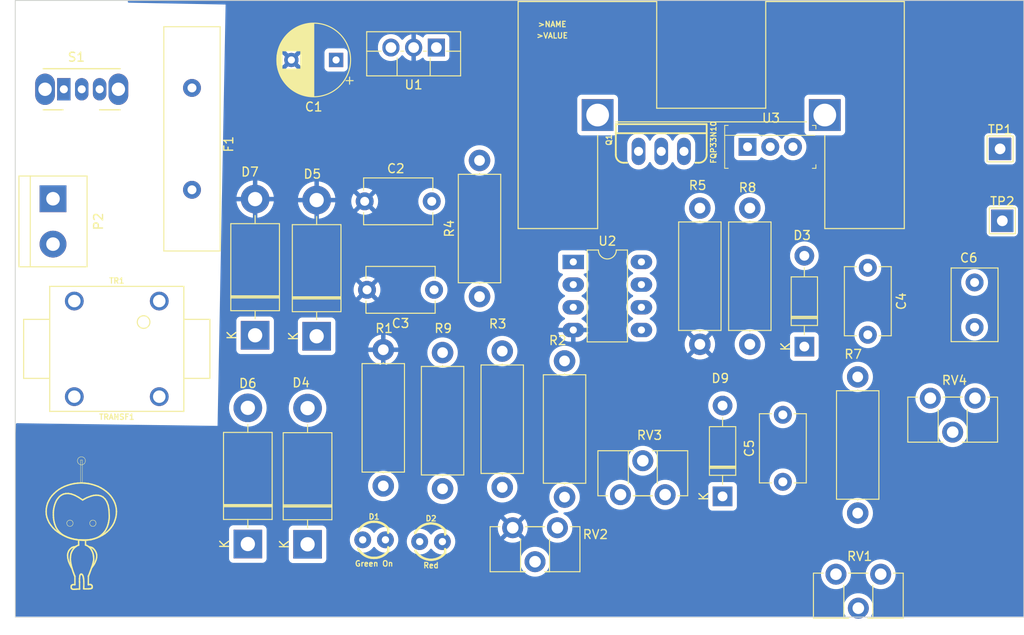
<source format=kicad_pcb>
(kicad_pcb (version 20221018) (generator pcbnew)
  (layers (0 "F.Cu" signal) (31 "B.Cu" signal) (34 "B.Paste" user) (35 "F.Paste" user) (36 "B.SilkS" user "B.Silkscreen") (37 "F.SilkS" user "F.Silkscreen") (38 "B.Mask" user) (39 "F.Mask" user) (44 "Edge.Cuts" user))
  (net 0 "")
  (net 1 "Net-(D9-A)")
  (net 2 "Net-(D3-A)")
  (net 3 "Net-(R4-Pad1)")
  (net 4 "Net-(F1-Pad2)")
  (net 5 "Net-(D6-A)")
  (net 6 "Net-(D4-A)")
  (net 7 "Net-(Q1-G)")
  (net 8 "Net-(Q1-D)")
  (net 9 "Net-(#FLG01-pwr)")
  (net 10 "Net-(D2-K)")
  (net 11 "Net-(D1-K)")
  (net 12 "Net-(U2A--)")
  (net 13 "Net-(R7-Pad1)")
  (net 14 "Net-(U2A-+)")
  (net 15 "Net-(R3-Pad2)")
  (net 16 "Net-(R2-Pad1)")
  (net 17 "Net-(R2-Pad2)")
  (net 21 "Net-(S1-2)")
  (net 22 "Net-(P2-AC_P)")
  (net 23 "Net-(P2-AC_N)")
  (net 24 "GND")
  (net 25 "Net-(D1-A)")
  (footprint "Capacitor_THT:C_Disc_D7.5mm_W5.0mm_P7.50mm" (layer "F.Cu") (at 173.11 111.91 90)
    (fp_text reference "C5" (at 3.75 -3.75 90) (layer "F.SilkS"))
    (fp_text value "1uF MICC 50V")
    (pad "1" thru_hole circle (at 0 0 90) (size 2 2) (drill 1) (layers "*.Cu" "*.Mask") (net 2 "Net-(D3-A)"))
    (pad "2" thru_hole circle (at 7.5 0 90) (size 2 2) (drill 1) (layers "*.Cu" "*.Mask") (net 8 "Net-(Q1-D)"))
  )
  (footprint "Diode_THT:D_DO-41_SOD81_P10.16mm_Horizontal" (layer "F.Cu") (at 166.37 113.538 90)
    (fp_text reference "D9" (at 13.208 -0.254 180) (layer "F.SilkS"))
    (fp_text value "1N4007")
    (fp_text user "K" (at 0 -2.1 90) (layer "F.SilkS"))
    (pad "1" thru_hole rect (at 0 0 90) (size 2.2 2.2) (drill 1.1) (layers "*.Cu" "*.Mask") (net 2 "Net-(D3-A)"))
    (pad "2" thru_hole oval (at 10.16 0 90) (size 2.2 2.2) (drill 1.1) (layers "*.Cu" "*.Mask") (net 1 "Net-(D9-A)"))
  )
  (footprint "Resistor_THT:R_Axial_DIN0414_L11.9mm_D4.5mm_P15.24mm_Horizontal" (layer "F.Cu") (at 169.418 96.52 90)
    (fp_text reference "R8" (at 17.526 -0.254 180) (layer "F.SilkS"))
    (fp_text value "1k")
    (pad "1" thru_hole circle (at 0 0 90) (size 2.4 2.4) (drill 1.2) (layers "*.Cu" "*.Mask") (net 12 "Net-(U2A--)"))
    (pad "2" thru_hole oval (at 15.24 0 90) (size 2.4 2.4) (drill 1.2) (layers "*.Cu" "*.Mask") (net 8 "Net-(Q1-D)"))
  )
  (footprint "Potentiometer_THT:Potentiometer_ACP_CA9-H3,8_Horizontal" (layer "F.Cu") (at 147.9 117.05 -90)
    (fp_text reference "RV2" (at 0.75 -4.25 -180) (layer "F.SilkS"))
    (fp_text value "1k")
    (pad "1" thru_hole circle (at 0 0 270) (size 2.34 2.34) (drill 1.3) (layers "*.Cu" "*.Mask") (net 17 "Net-(R2-Pad2)"))
    (pad "2" thru_hole circle (at 3.8 2.5 270) (size 2.34 2.34) (drill 1.3) (layers "*.Cu" "*.Mask") (net 15 "Net-(R3-Pad2)"))
    (pad "3" thru_hole circle (at 0 5 270) (size 2.34 2.34) (drill 1.3) (layers "*.Cu" "*.Mask") (net 24 "GND"))
  )
  (footprint "Resistor_THT:R_Axial_DIN0414_L11.9mm_D4.5mm_P15.24mm_Horizontal" (layer "F.Cu") (at 139.192 91.186 90)
    (fp_text reference "R4" (at 7.62 -3.37 90) (layer "F.SilkS"))
    (fp_text value "220")
    (pad "1" thru_hole circle (at 0 0 90) (size 2.4 2.4) (drill 1.2) (layers "*.Cu" "*.Mask") (net 3 "Net-(R4-Pad1)"))
    (pad "2" thru_hole oval (at 15.24 0 90) (size 2.4 2.4) (drill 1.2) (layers "*.Cu" "*.Mask") (net 7 "Net-(Q1-G)"))
  )
  (footprint "Potentiometer_THT:Potentiometer_ACP_CA9-H3,8_Horizontal" (layer "F.Cu") (at 194.6 102.55 -90)
    (fp_text reference "RV4" (at -2 2.3 -180) (layer "F.SilkS"))
    (fp_text value "2.5k")
    (pad "1" thru_hole circle (at 0 0 270) (size 2.34 2.34) (drill 1.3) (layers "*.Cu" "*.Mask") (net 1 "Net-(D9-A)"))
    (pad "2" thru_hole circle (at 3.8 2.5 270) (size 2.34 2.34) (drill 1.3) (layers "*.Cu" "*.Mask") (net 8 "Net-(Q1-D)"))
    (pad "3" thru_hole circle (at 0 5 270) (size 2.34 2.34) (drill 1.3) (layers "*.Cu" "*.Mask") (net 8 "Net-(Q1-D)"))
  )
  (footprint "Diode_THT:D_DO-201AD_P15.24mm_Horizontal" (layer "F.Cu") (at 119.964 118.902 90)
    (fp_text reference "D4" (at 18.08 -0.72 180) (layer "F.SilkS"))
    (fp_text value "1N5822")
    (fp_text user "K" (at 0 -2.6 90) (layer "F.SilkS"))
    (pad "1" thru_hole rect (at 0 0 90) (size 3.2 3.2) (drill 1.6) (layers "*.Cu" "*.Mask") (net 9 "Net-(#FLG01-pwr)"))
    (pad "2" thru_hole oval (at 15.24 0 90) (size 3.2 3.2) (drill 1.6) (layers "*.Cu" "*.Mask") (net 6 "Net-(D4-A)"))
  )
  (footprint "Resistor_THT:R_Axial_DIN0414_L11.9mm_D4.5mm_P15.24mm_Horizontal" (layer "F.Cu") (at 128.43 112.37 90)
    (fp_text reference "R1" (at 17.628 0.094 180) (layer "F.SilkS"))
    (fp_text value "10k")
    (pad "1" thru_hole circle (at 0 0 90) (size 2.4 2.4) (drill 1.2) (layers "*.Cu" "*.Mask") (net 11 "Net-(D1-K)"))
    (pad "2" thru_hole oval (at 15.24 0 90) (size 2.4 2.4) (drill 1.2) (layers "*.Cu" "*.Mask") (net 24 "GND"))
  )
  (footprint "TestPoint:TestPoint_THTPad_2.5x2.5mm_Drill1.2mm" (layer "F.Cu") (at 197.4 74.65)
    (fp_text reference "TP1" (at 0 -2.148) (layer "F.SilkS"))
    (fp_text value "+")
    (pad "1" thru_hole rect (at 0 0) (size 2.5 2.5) (drill 1.2) (layers "*.Cu" "*.Mask") (net 2 "Net-(D3-A)"))
  )
  (footprint "Resistor_THT:R_Axial_DIN0414_L11.9mm_D4.5mm_P15.24mm_Horizontal" (layer "F.Cu") (at 148.7 98.38 -90)
    (fp_text reference "R2" (at -2.286 0.762 -180) (layer "F.SilkS"))
    (fp_text value "75k")
    (pad "1" thru_hole circle (at 0 0 270) (size 2.4 2.4) (drill 1.2) (layers "*.Cu" "*.Mask") (net 16 "Net-(R2-Pad1)"))
    (pad "2" thru_hole oval (at 15.24 0 270) (size 2.4 2.4) (drill 1.2) (layers "*.Cu" "*.Mask") (net 17 "Net-(R2-Pad2)"))
  )
  (footprint "Button_Switch_THT:SW_CuK_OS102011MA1QN1_SPDT_Angled" (layer "F.Cu") (at 92.71 67.98)
    (fp_text reference "S1" (at 1.4 -3.6) (layer "F.SilkS"))
    (fp_text value "SWITCH-MOMENTARY")
    (pad "" thru_hole oval (at -2.1 0) (size 2.2 3.5) (drill 1.5) (layers "*.Cu" "*.Mask"))
    (pad "" thru_hole oval (at 6.1 0) (size 2.2 3.5) (drill 1.5) (layers "*.Cu" "*.Mask"))
    (pad "1" thru_hole rect (at 0 0) (size 1.5 2.5) (drill 0.9) (layers "*.Cu" "*.Mask") (net 22 "Net-(P2-AC_P)"))
    (pad "2" thru_hole oval (at 2 0) (size 1.5 2.5) (drill 0.9) (layers "*.Cu" "*.Mask"))
    (pad "3" thru_hole oval (at 4 0) (size 1.5 2.5) (drill 0.9) (layers "*.Cu" "*.Mask") (net 21 "Net-(S1-2)"))
  )
  (footprint "Diode_THT:D_DO-201AD_P15.24mm_Horizontal" (layer "F.Cu") (at 114.1 95.51 90)
    (fp_text reference "D7" (at 18.28 -0.58 180) (layer "F.SilkS"))
    (fp_text value "1N5822")
    (fp_text user "K" (at 0 -2.6 90) (layer "F.SilkS"))
    (pad "1" thru_hole rect (at 0 0 90) (size 3.2 3.2) (drill 1.6) (layers "*.Cu" "*.Mask") (net 5 "Net-(D6-A)"))
    (pad "2" thru_hole oval (at 15.24 0 90) (size 3.2 3.2) (drill 1.6) (layers "*.Cu" "*.Mask") (net 24 "GND"))
  )
  (footprint "Diode_THT:D_DO-201AD_P15.24mm_Horizontal" (layer "F.Cu") (at 120.98 95.62 90)
    (fp_text reference "D5" (at 18.15 -0.48 180) (layer "F.SilkS"))
    (fp_text value "1N5822")
    (fp_text user "K" (at 0 -2.6 90) (layer "F.SilkS"))
    (pad "1" thru_hole rect (at 0 0 90) (size 3.2 3.2) (drill 1.6) (layers "*.Cu" "*.Mask") (net 6 "Net-(D4-A)"))
    (pad "2" thru_hole oval (at 15.24 0 90) (size 3.2 3.2) (drill 1.6) (layers "*.Cu" "*.Mask") (net 24 "GND"))
  )
  (footprint "Capacitor_THT:C_Disc_D7.5mm_W5.0mm_P7.50mm" (layer "F.Cu") (at 182.61 87.95 -90)
    (fp_text reference "C4" (at 3.75 -3.75 90) (layer "F.SilkS"))
    (fp_text value "100nF 50v")
    (pad "1" thru_hole circle (at 0 0 270) (size 2 2) (drill 1) (layers "*.Cu" "*.Mask") (net 9 "Net-(#FLG01-pwr)"))
    (pad "2" thru_hole circle (at 7.5 0 270) (size 2 2) (drill 1) (layers "*.Cu" "*.Mask") (net 8 "Net-(Q1-D)"))
  )
  (footprint "Resistor_THT:R_Axial_DIN0414_L11.9mm_D4.5mm_P15.24mm_Horizontal" (layer "F.Cu") (at 163.83 96.52 90)
    (fp_text reference "R5" (at 17.78 -0.254 180) (layer "F.SilkS"))
    (fp_text value "0.3")
    (pad "1" thru_hole circle (at 0 0 90) (size 2.4 2.4) (drill 1.2) (layers "*.Cu" "*.Mask") (net 24 "GND"))
    (pad "2" thru_hole oval (at 15.24 0 90) (size 2.4 2.4) (drill 1.2) (layers "*.Cu" "*.Mask") (net 8 "Net-(Q1-D)"))
  )
  (footprint "Silicon-Standard:TO220V" (layer "F.Cu") (at 159.512 74.93)
    (fp_text reference "Q1" (at -5.842 -1.27 90) (layer "F.SilkS") (effects (font (size 0.6096 0.6096) (thickness 0.127))))
    (fp_text value "FQP33N10" (at 5.842 -1.016 90) (layer "F.SilkS") (effects (font (size 0.6096 0.6096) (thickness 0.127))))
    (pad "1" thru_hole oval (at -2.54 0 180) (size 1.524 3.048) (drill 1.016) (layers "*.Cu" "*.Mask") (net 7 "Net-(Q1-G)"))
    (pad "2" thru_hole oval (at 0 0 180) (size 1.524 3.048) (drill 1.016) (layers "*.Cu" "*.Mask") (net 8 "Net-(Q1-D)"))
    (pad "3" thru_hole oval (at 2.54 0 180) (size 1.524 3.048) (drill 1.016) (layers "*.Cu" "*.Mask") (net 8 "Net-(Q1-D)"))
  )
  (footprint "Resistor_THT:R_Axial_DIN0414_L11.9mm_D4.5mm_P15.24mm_Horizontal" (layer "F.Cu") (at 135.06 112.69 90)
    (fp_text reference "R9" (at 17.948 0.068 180) (layer "F.SilkS"))
    (fp_text value "7.5k")
    (pad "1" thru_hole circle (at 0 0 90) (size 2.4 2.4) (drill 1.2) (layers "*.Cu" "*.Mask") (net 10 "Net-(D2-K)"))
    (pad "2" thru_hole oval (at 15.24 0 90) (size 2.4 2.4) (drill 1.2) (layers "*.Cu" "*.Mask") (net 3 "Net-(R4-Pad1)"))
  )
  (footprint "Resistor_THT:R_Axial_DIN0414_L11.9mm_D4.5mm_P15.24mm_Horizontal" (layer "F.Cu") (at 181.48 115.41 90)
    (fp_text reference "R7" (at 17.78 -0.508 180) (layer "F.SilkS"))
    (fp_text value "180")
    (pad "1" thru_hole circle (at 0 0 90) (size 2.4 2.4) (drill 1.2) (layers "*.Cu" "*.Mask") (net 13 "Net-(R7-Pad1)"))
    (pad "2" thru_hole oval (at 15.24 0 90) (size 2.4 2.4) (drill 1.2) (layers "*.Cu" "*.Mask") (net 1 "Net-(D9-A)"))
  )
  (footprint "digikey-footprints:TO-220-3" (layer "F.Cu") (at 169.164 74.422)
    (fp_text reference "U3" (at 2.62 -3.22) (layer "F.SilkS"))
    (fp_text value "LM317T")
    (pad "1" thru_hole rect (at 0 0) (size 2 2) (drill 1) (layers "*.Cu" "*.Mask") (net 1 "Net-(D9-A)"))
    (pad "2" thru_hole circle (at 2.54 0) (size 2 2) (drill 1) (layers "*.Cu" "*.Mask") (net 2 "Net-(D3-A)"))
    (pad "3" thru_hole circle (at 5.08 0) (size 2 2) (drill 1) (layers "*.Cu" "*.Mask") (net 9 "Net-(#FLG01-pwr)"))
  )
  (footprint "Aesthetics:QTECHKNOW-LOGO-LARGE-SILK" (layer "F.Cu") (at 94.75 118.45)
    (fp_text reference "" (at 0 0) (layer "B.Cu") (effects (font (size 1.524 1.524)) (justify mirror)))
    (fp_text value "" (at 0 0) (layer "B.Cu") (effects (font (size 1.524 1.524)) (justify mirror)))
  )
  (footprint "Capacitor_THT:C_Disc_D8.0mm_W5.0mm_P5.00mm" (layer "F.Cu") (at 194.55 94.6 90)
    (fp_text reference "C6" (at 7.75 -0.65 180) (layer "F.SilkS"))
    (fp_text value "10uF 25V Tant.")
    (pad "1" thru_hole circle (at 0 0 90) (size 2 2) (drill 1) (layers "*.Cu" "*.Mask") (net 1 "Net-(D9-A)"))
    (pad "2" thru_hole circle (at 5 0 90) (size 2 2) (drill 1) (layers "*.Cu" "*.Mask") (net 8 "Net-(Q1-D)"))
  )
  (footprint "TestPoint:TestPoint_THTPad_2.5x2.5mm_Drill1.2mm" (layer "F.Cu") (at 197.65 82.7)
    (fp_text reference "TP2" (at 0 -2.148) (layer "F.SilkS"))
    (fp_text value "-")
    (pad "1" thru_hole rect (at 0 0) (size 2.5 2.5) (drill 1.2) (layers "*.Cu" "*.Mask") (net 8 "Net-(Q1-D)"))
  )
  (footprint "TerminalBlock:TerminalBlock_bornier-2_P5.08mm" (layer "F.Cu") (at 91.5 80.23 -90)
    (fp_text reference "P2" (at 2.54 -5.08 90) (layer "F.SilkS"))
    (fp_text value "Conn_WallPlug")
    (pad "1" thru_hole rect (at 0 0 270) (size 3 3) (drill 1.52) (layers "*.Cu" "*.Mask") (net 22 "Net-(P2-AC_P)"))
    (pad "2" thru_hole circle (at 5.08 0 270) (size 3 3) (drill 1.52) (layers "*.Cu" "*.Mask") (net 23 "Net-(P2-AC_N)"))
  )
  (footprint "Diode_THT:D_DO-201AD_P15.24mm_Horizontal" (layer "F.Cu") (at 113.284 118.872 90)
    (fp_text reference "D6" (at 17.98 0 180) (layer "F.SilkS"))
    (fp_text value "1N5822")
    (fp_text user "K" (at 0 -2.6 90) (layer "F.SilkS"))
    (pad "1" thru_hole rect (at 0 0 90) (size 3.2 3.2) (drill 1.6) (layers "*.Cu" "*.Mask") (net 9 "Net-(#FLG01-pwr)"))
    (pad "2" thru_hole oval (at 15.24 0 90) (size 3.2 3.2) (drill 1.6) (layers "*.Cu" "*.Mask") (net 5 "Net-(D6-A)"))
  )
  (footprint "Package_DIP:DIP-8_W7.62mm_LongPads" (layer "F.Cu") (at 149.675 87.3)
    (fp_text reference "U2" (at 3.81 -2.33) (layer "F.SilkS"))
    (fp_text value "LM358")
    (pad "1" thru_hole rect (at 0 0) (size 2.4 1.6) (drill 0.8) (layers "*.Cu" "*.Mask") (net 3 "Net-(R4-Pad1)"))
    (pad "2" thru_hole oval (at 0 2.54) (size 2.4 1.6) (drill 0.8) (layers "*.Cu" "*.Mask") (net 12 "Net-(U2A--)"))
    (pad "3" thru_hole oval (at 0 5.08) (size 2.4 1.6) (drill 0.8) (layers "*.Cu" "*.Mask") (net 14 "Net-(U2A-+)"))
    (pad "4" thru_hole oval (at 0 7.62) (size 2.4 1.6) (drill 0.8) (layers "*.Cu" "*.Mask") (net 24 "GND"))
    (pad "5" thru_hole oval (at 7.62 7.62) (size 2.4 1.6) (drill 0.8) (layers "*.Cu" "*.Mask"))
    (pad "6" thru_hole oval (at 7.62 5.08) (size 2.4 1.6) (drill 0.8) (layers "*.Cu" "*.Mask"))
    (pad "7" thru_hole oval (at 7.62 2.54) (size 2.4 1.6) (drill 0.8) (layers "*.Cu" "*.Mask"))
    (pad "8" thru_hole oval (at 7.62 0) (size 2.4 1.6) (drill 0.8) (layers "*.Cu" "*.Mask") (net 25 "Net-(D1-A)"))
  )
  (footprint "Diode_THT:D_DO-41_SOD81_P10.16mm_Horizontal" (layer "F.Cu") (at 175.514 96.774 90)
    (fp_text reference "D3" (at 12.446 -0.254 180) (layer "F.SilkS"))
    (fp_text value "1N4007")
    (fp_text user "K" (at 0 -2.1 90) (layer "F.SilkS"))
    (pad "1" thru_hole rect (at 0 0 90) (size 2.2 2.2) (drill 1.1) (layers "*.Cu" "*.Mask") (net 9 "Net-(#FLG01-pwr)"))
    (pad "2" thru_hole oval (at 10.16 0 90) (size 2.2 2.2) (drill 1.1) (layers "*.Cu" "*.Mask") (net 2 "Net-(D3-A)"))
  )
  (footprint "Package_TO_SOT_THT:TO-220F-3_Vertical" (layer "F.Cu") (at 134.366 63.313 180)
    (fp_text reference "U1" (at 2.54 -4.1675) (layer "F.SilkS"))
    (fp_text value "L7812")
    (pad "1" thru_hole rect (at 0 0 180) (size 1.905 2) (drill 1.2) (layers "*.Cu" "*.Mask") (net 9 "Net-(#FLG01-pwr)"))
    (pad "2" thru_hole oval (at 2.54 0 180) (size 1.905 2) (drill 1.2) (layers "*.Cu" "*.Mask") (net 24 "GND"))
    (pad "3" thru_hole oval (at 5.08 0 180) (size 1.905 2) (drill 1.2) (layers "*.Cu" "*.Mask") (net 25 "Net-(D1-A)"))
  )
  (footprint "LED:LED_3MM" (layer "F.Cu") (at 133.77 118.6)
    (fp_text reference "D2" (at 0 -2.58826) (layer "F.SilkS") (effects (font (size 0.6096 0.6096) (thickness 0.127))))
    (fp_text value "Red" (at 0 2.667) (layer "F.SilkS") (effects (font (size 0.6096 0.6096) (thickness 0.127))))
    (pad "A" thru_hole circle (at -1.27 0) (size 1.8796 1.8796) (drill 0.8128) (layers "*.Cu" "*.Mask"))
    (pad "K" thru_hole circle (at 1.27 0) (size 1.8796 1.8796) (drill 0.8128) (layers "*.Cu" "*.Mask"))
  )
  (footprint "Capacitor_THT:C_Disc_D7.5mm_W5.0mm_P7.50mm" (layer "F.Cu") (at 133.85 80.52 180)
    (fp_text reference "C2" (at 4.02 3.66) (layer "F.SilkS"))
    (fp_text value "100nF 50v")
    (pad "1" thru_hole circle (at 0 0 180) (size 2 2) (drill 1) (layers "*.Cu" "*.Mask") (net 9 "Net-(#FLG01-pwr)"))
    (pad "2" thru_hole circle (at 7.5 0 180) (size 2 2) (drill 1) (layers "*.Cu" "*.Mask") (net 24 "GND"))
  )
  (footprint "Capacitor_THT:C_Disc_D7.5mm_W5.0mm_P7.50mm" (layer "F.Cu") (at 134.112 90.424 180)
    (fp_text reference "C3" (at 3.75 -3.75) (layer "F.SilkS"))
    (fp_text value "1uF MICC 50V")
    (pad "1" thru_hole circle (at 0 0 180) (size 2 2) (drill 1) (layers "*.Cu" "*.Mask") (net 25 "Net-(D1-A)"))
    (pad "2" thru_hole circle (at 7.5 0 180) (size 2 2) (drill 1) (layers "*.Cu" "*.Mask") (net 24 "GND"))
  )
  (footprint "Capacitor_THT:CP_Radial_D8.0mm_P5.00mm" (layer "F.Cu") (at 123.152651 64.7 180)
    (fp_text reference "C1" (at 2.5 -5.25) (layer "F.SilkS"))
    (fp_text value "4700uF 35V")
    (pad "1" thru_hole rect (at 0 0 180) (size 1.6 1.6) (drill 0.8) (layers "*.Cu" "*.Mask") (net 9 "Net-(#FLG01-pwr)"))
    (pad "2" thru_hole circle (at 5 0 180) (size 1.6 1.6) (drill 0.8) (layers "*.Cu" "*.Mask") (net 24 "GND"))
  )
  (footprint "Resistor_THT:R_Axial_DIN0414_L11.9mm_D4.5mm_P15.24mm_Horizontal" (layer "F.Cu") (at 141.732 97.282 -90)
    (fp_text reference "R3" (at -3.048 0.508 -180) (layer "F.SilkS"))
    (fp_text value "1k")
    (pad "1" thru_hole circle (at 0 0 270) (size 2.4 2.4) (drill 1.2) (layers "*.Cu" "*.Mask") (net 14 "Net-(U2A-+)"))
    (pad "2" thru_hole oval (at 15.24 0 270) (size 2.4 2.4) (drill 1.2) (layers "*.Cu" "*.Mask") (net 15 "Net-(R3-Pad2)"))
  )
  (footprint "Potentiometer_THT:Potentiometer_ACP_CA9-H3,8_Horizontal" (layer "F.Cu") (at 154.95 113.35 90)
    (fp_text reference "RV3" (at 6.65 3.25) (layer "F.SilkS"))
    (fp_text value "100")
    (pad "1" thru_hole circle (at 0 0 90) (size 2.34 2.34) (drill 1.3) (layers "*.Cu" "*.Mask") (net 2 "Net-(D3-A)"))
    (pad "2" thru_hole circle (at 3.8 2.5 90) (size 2.34 2.34) (drill 1.3) (layers "*.Cu" "*.Mask") (net 2 "Net-(D3-A)"))
    (pad "3" thru_hole circle (at 0 5 90) (size 2.34 2.34) (drill 1.3) (layers "*.Cu" "*.Mask") (net 13 "Net-(R7-Pad1)"))
  )
  (footprint "LED:LED_3MM" (layer "F.Cu") (at 127.4 118.4)
    (fp_text reference "D1" (at 0 -2.58826) (layer "F.SilkS") (effects (font (size 0.6096 0.6096) (thickness 0.127))))
    (fp_text value "Green On" (at 0 2.667) (layer "F.SilkS") (effects (font (size 0.6096 0.6096) (thickness 0.127))))
    (pad "A" thru_hole circle (at -1.27 0) (size 1.8796 1.8796) (drill 0.8128) (layers "*.Cu" "*.Mask"))
    (pad "K" thru_hole circle (at 1.27 0) (size 1.8796 1.8796) (drill 0.8128) (layers "*.Cu" "*.Mask"))
  )
  (footprint "Electromechanical:HEATSINK_PRT-9576" (layer "F.Cu") (at 165.1 70.866)
    (fp_text reference ">NAME" (at -17.78 -10.16) (layer "F.SilkS") (effects (font (size 0.6096 0.6096) (thickness 0.127))))
    (fp_text value ">VALUE" (at -17.78 -8.89) (layer "F.SilkS") (effects (font (size 0.6096 0.6096) (thickness 0.127))))
    (pad "P$1" thru_hole rect (at -12.7 0) (size 3.556 3.556) (drill 2.54) (layers "*.Cu" "*.Mask"))
    (pad "P$2" thru_hole rect (at 12.7 0) (size 3.556 3.556) (drill 2.54) (layers "*.Cu" "*.Mask"))
  )
  (footprint "Fuse:Fuse_Littelfuse-LVR200" (layer "F.Cu") (at 107.04 67.83 -90)
    (fp_text reference "F1" (at 6.3 -4.1 90) (layer "F.SilkS"))
    (fp_text value "Fuse")
    (pad "1" thru_hole circle (at 0 0 270) (size 2 2) (drill 1) (layers "*.Cu" "*.Mask") (net 21 "Net-(S1-2)"))
    (pad "2" thru_hole circle (at 11.4 0 270) (size 2 2) (drill 1) (layers "*.Cu" "*.Mask") (net 4 "Net-(F1-Pad2)"))
  )
  (footprint "Coils:TRANSFORMER" (layer "F.Cu") (at 98.63 97.03 -90)
    (fp_text reference "TR1" (at -7.62 0) (layer "F.SilkS") (effects (font (size 0.6096 0.6096) (thickness 0.127))))
    (fp_text value "TRANSF1" (at 7.62 0) (layer "F.SilkS") (effects (font (size 0.6096 0.6096) (thickness 0.127))))
    (pad "1" thru_hole circle (at -5.34924 -4.7498 270) (size 2.09804 2.09804) (drill 1.39954) (layers "*.Cu" "*.Mask") (net 4 "Net-(F1-Pad2)"))
    (pad "2" thru_hole circle (at -5.34924 4.7498 270) (size 2.09804 2.09804) (drill 1.39954) (layers "*.Cu" "*.Mask") (net 23 "Net-(P2-AC_N)"))
    (pad "3" thru_hole circle (at 5.34924 4.7498 270) (size 2.09804 2.09804) (drill 1.39954) (layers "*.Cu" "*.Mask") (net 6 "Net-(D4-A)"))
    (pad "4" thru_hole circle (at 5.34924 -4.7498 270) (size 2.09804 2.09804) (drill 1.39954) (layers "*.Cu" "*.Mask") (net 5 "Net-(D6-A)"))
  )
  (footprint "Potentiometer_THT:Potentiometer_ACP_CA9-H3,8_Horizontal" (layer "F.Cu") (at 184.05 122.25 -90)
    (fp_text reference "RV1" (at -2 2.35 -180) (layer "F.SilkS"))
    (fp_text value "100k")
    (pad "1" thru_hole circle (at 0 0 270) (size 2.34 2.34) (drill 1.3) (layers "*.Cu" "*.Mask") (net 25 "Net-(D1-A)"))
    (pad "2" thru_hole circle (at 3.8 2.5 270) (size 2.34 2.34) (drill 1.3) (layers "*.Cu" "*.Mask") (net 25 "Net-(D1-A)"))
    (pad "3" thru_hole circle (at 0 5 270) (size 2.34 2.34) (drill 1.3) (layers "*.Cu" "*.Mask") (net 16 "Net-(R2-Pad1)"))
  )
  (gr_rect (start 87.28 58.04) (end 200.05 127.05) (stroke (width 0.1)) (fill none) (layer "Edge.Cuts"))
  (zone (net 24) (net_name "GND") (layer "B.Cu") (connect_pads (clearance 0.5)) (min_thickness 0.25) (fill yes (thermal_gap 0.5) (thermal_bridge_width 0.5))
    (polygon (pts (xy 87.3 58.05) (xy 87.3 127.05) (xy 200.05 127.05) (xy 200.05 58)))
  )
  (zone (net 0) (net_name "") (layer "B.Cu") (connect_pads (clearance 0)) (min_thickness 0.25)
    (keepout (tracks not_allowed) (vias not_allowed) (pads not_allowed) (copperpour not_allowed) (footprints allowed))
    (fill (thermal_gap 0.5) (thermal_bridge_width 0.5))
    (polygon (pts (xy 87.35 58.05) (xy 110.8 58.5) (xy 109.9 105.65) (xy 87.35 105.35) (xy 87.25 107.85)))
  )
)
</source>
